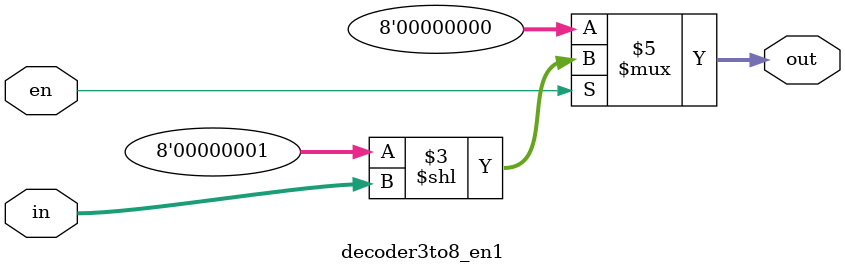
<source format=v>
module decoder3to8_en1(
input wire [2:0] in, 
input wire  en, 
output reg [7:0] out);

always @(in or en)
	if (en == 1) 
		out = (8'b00000001 << in);
	else 
            out = 8'b00000000;
endmodule

</source>
